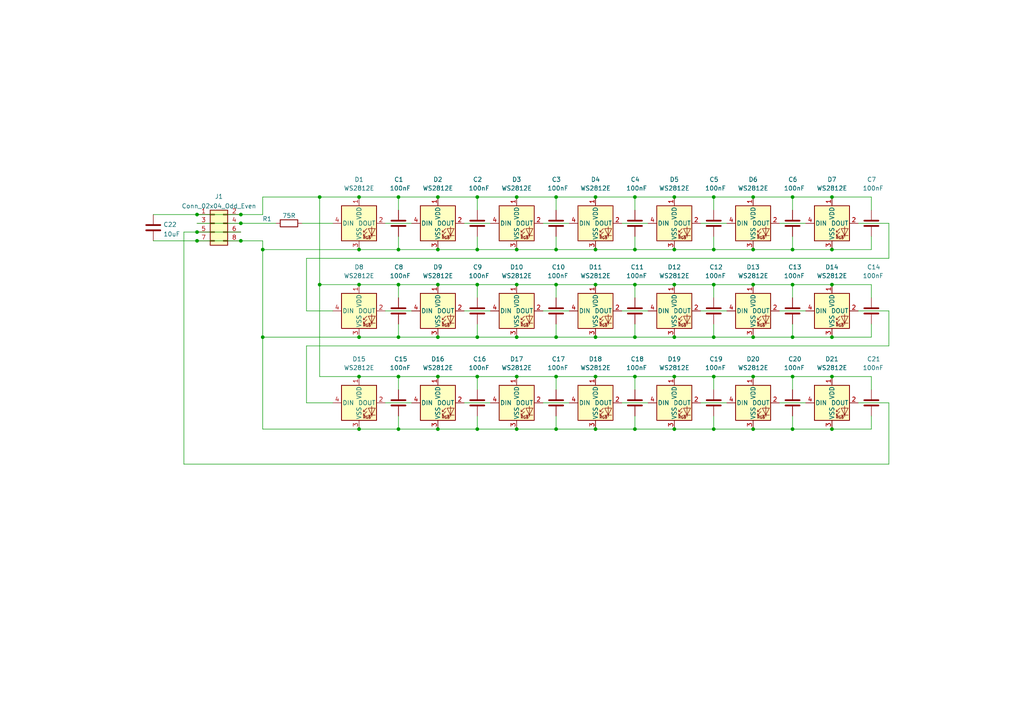
<source format=kicad_sch>
(kicad_sch (version 20211123) (generator eeschema)
  (paper "A4")
  (lib_symbols
    (symbol "Connector_Generic:Conn_02x04_Odd_Even" (pin_names (offset 1.016) hide)
      (property "Reference" "J" (at 1.27 5.08 0))
      (property "Value" "Conn_02x04_Odd_Even" (at 1.27 -7.62 0))
      (symbol "Conn_02x04_Odd_Even_1_1"
        (rectangle (start -1.27 -4.953) (end 0 -5.207) (stroke (width 0.1524)))
        (rectangle (start -1.27 -2.413) (end 0 -2.667) (stroke (width 0.1524)))
        (rectangle (start -1.27 0.127) (end 0 -0.127) (stroke (width 0.1524)))
        (rectangle (start -1.27 2.667) (end 0 2.413) (stroke (width 0.1524)))
        (rectangle (start -1.27 3.81) (end 3.81 -6.35) (stroke (width 0.254)) (fill (type background)))
        (rectangle (start 3.81 -4.953) (end 2.54 -5.207) (stroke (width 0.1524)))
        (rectangle (start 3.81 -2.413) (end 2.54 -2.667) (stroke (width 0.1524)))
        (rectangle (start 3.81 0.127) (end 2.54 -0.127) (stroke (width 0.1524)))
        (rectangle (start 3.81 2.667) (end 2.54 2.413) (stroke (width 0.1524)))
        (pin passive line (at -5.08 2.54 0) (length 3.81) (name "Pin_1") (number "1"))
        (pin passive line (at 7.62 2.54 180) (length 3.81) (name "Pin_2") (number "2"))
        (pin passive line (at -5.08 0 0) (length 3.81) (name "Pin_3") (number "3"))
        (pin passive line (at 7.62 0 180) (length 3.81) (name "Pin_4") (number "4"))
        (pin passive line (at -5.08 -2.54 0) (length 3.81) (name "Pin_5") (number "5"))
        (pin passive line (at 7.62 -2.54 180) (length 3.81) (name "Pin_6") (number "6"))
        (pin passive line (at -5.08 -5.08 0) (length 3.81) (name "Pin_7") (number "7"))
        (pin passive line (at 7.62 -5.08 180) (length 3.81) (name "Pin_8") (number "8"))
      )
    )
    (symbol "Device:C" (pin_numbers hide) (pin_names (offset 0.254))
      (property "Reference" "C" (at 0.635 2.54 0))
      (property "Value" "C" (at 0.635 -2.54 0))
      (symbol "C_0_1"
        (polyline (pts (xy -2.032 -0.762) (xy 2.032 -0.762)) (stroke (width 0.508)))
        (polyline (pts (xy -2.032 0.762) (xy 2.032 0.762)) (stroke (width 0.508)))
      )
      (symbol "C_1_1"
        (pin passive line (at 0 3.81 270) (length 2.794) (name "~") (number "1"))
        (pin passive line (at 0 -3.81 90) (length 2.794) (name "~") (number "2"))
      )
    )
    (symbol "Device:R" (pin_numbers hide) (pin_names (offset 0))
      (property "Reference" "R" (at 2.032 0 90))
      (property "Value" "R" (at 0 0 90))
      (symbol "R_0_1"
        (rectangle (start -1.016 -2.54) (end 1.016 2.54) (stroke (width 0.254)))
      )
      (symbol "R_1_1"
        (pin passive line (at 0 3.81 270) (length 1.27) (name "~") (number "1"))
        (pin passive line (at 0 -3.81 90) (length 1.27) (name "~") (number "2"))
      )
    )
    (symbol "LED:WS2812B" (pin_names (offset 0.254))
      (property "Reference" "D" (at 5.08 5.715 0))
      (property "Value" "WS2812B" (at 1.27 -5.715 0))
      (symbol "WS2812B_0_0"
        (text "RGB" (at 2.286 -4.191 0) (effects (font (size 0.762 0.762))))
      )
      (symbol "WS2812B_0_1"
        (polyline (pts (xy 1.27 -3.556) (xy 1.778 -3.556)))
        (polyline (pts (xy 1.27 -2.54) (xy 1.778 -2.54)))
        (polyline (pts (xy 4.699 -3.556) (xy 2.667 -3.556)))
        (polyline (pts (xy 2.286 -2.54) (xy 1.27 -3.556) (xy 1.27 -3.048)))
        (polyline (pts (xy 2.286 -1.524) (xy 1.27 -2.54) (xy 1.27 -2.032)))
        (polyline (pts (xy 3.683 -1.016) (xy 3.683 -3.556) (xy 3.683 -4.064)))
        (polyline (pts (xy 4.699 -1.524) (xy 2.667 -1.524) (xy 3.683 -3.556) (xy 4.699 -1.524)))
        (rectangle (start 5.08 5.08) (end -5.08 -5.08) (stroke (width 0.254)) (fill (type background)))
      )
      (symbol "WS2812B_1_1"
        (pin power_in line (at 0 7.62 270) (length 2.54) (name "VDD") (number "1"))
        (pin output line (at 7.62 0 180) (length 2.54) (name "DOUT") (number "2"))
        (pin power_in line (at 0 -7.62 90) (length 2.54) (name "VSS") (number "3"))
        (pin input line (at -7.62 0 0) (length 2.54) (name "DIN") (number "4"))
      )
    )
  )
  (junction (at 138.43 109.22))
  (junction (at 149.86 82.55))
  (junction (at 149.86 72.39))
  (junction (at 127 124.46))
  (junction (at 161.29 57.15))
  (junction (at 195.58 97.79))
  (junction (at 69.85 69.85))
  (junction (at 115.57 124.46))
  (junction (at 149.86 97.79))
  (junction (at 241.3 82.55))
  (junction (at 161.29 124.46))
  (junction (at 127 57.15))
  (junction (at 207.01 124.46))
  (junction (at 172.72 97.79))
  (junction (at 218.44 124.46))
  (junction (at 241.3 57.15))
  (junction (at 184.15 72.39))
  (junction (at 127 82.55))
  (junction (at 241.3 109.22))
  (junction (at 69.85 62.23))
  (junction (at 241.3 97.79))
  (junction (at 229.87 82.55))
  (junction (at 207.01 72.39))
  (junction (at 195.58 72.39))
  (junction (at 184.15 124.46))
  (junction (at 138.43 97.79))
  (junction (at 161.29 82.55))
  (junction (at 195.58 109.22))
  (junction (at 172.72 124.46))
  (junction (at 218.44 72.39))
  (junction (at 138.43 124.46))
  (junction (at 195.58 82.55))
  (junction (at 184.15 109.22))
  (junction (at 229.87 109.22))
  (junction (at 241.3 72.39))
  (junction (at 207.01 57.15))
  (junction (at 229.87 97.79))
  (junction (at 69.85 64.77))
  (junction (at 184.15 57.15))
  (junction (at 218.44 82.55))
  (junction (at 104.14 57.15))
  (junction (at 104.14 82.55))
  (junction (at 138.43 57.15))
  (junction (at 172.72 109.22))
  (junction (at 104.14 124.46))
  (junction (at 104.14 72.39))
  (junction (at 115.57 82.55))
  (junction (at 195.58 57.15))
  (junction (at 92.71 82.55))
  (junction (at 57.15 62.23))
  (junction (at 161.29 72.39))
  (junction (at 149.86 124.46))
  (junction (at 57.15 69.85))
  (junction (at 76.2 97.79))
  (junction (at 115.57 57.15))
  (junction (at 218.44 57.15))
  (junction (at 184.15 82.55))
  (junction (at 76.2 72.39))
  (junction (at 104.14 109.22))
  (junction (at 195.58 124.46))
  (junction (at 218.44 97.79))
  (junction (at 229.87 57.15))
  (junction (at 127 72.39))
  (junction (at 138.43 82.55))
  (junction (at 218.44 109.22))
  (junction (at 138.43 72.39))
  (junction (at 127 109.22))
  (junction (at 127 97.79))
  (junction (at 161.29 109.22))
  (junction (at 115.57 109.22))
  (junction (at 172.72 82.55))
  (junction (at 149.86 57.15))
  (junction (at 161.29 97.79))
  (junction (at 149.86 109.22))
  (junction (at 115.57 97.79))
  (junction (at 104.14 97.79))
  (junction (at 115.57 72.39))
  (junction (at 184.15 97.79))
  (junction (at 57.15 67.31))
  (junction (at 207.01 109.22))
  (junction (at 92.71 57.15))
  (junction (at 172.72 57.15))
  (junction (at 207.01 97.79))
  (junction (at 229.87 72.39))
  (junction (at 172.72 72.39))
  (junction (at 241.3 124.46))
  (junction (at 207.01 82.55))
  (junction (at 229.87 124.46))
  (wire (pts (xy 184.15 124.46) (xy 184.15 120.65)))
  (wire (pts (xy 229.87 124.46) (xy 241.3 124.46)))
  (wire (pts (xy 207.01 109.22) (xy 218.44 109.22)))
  (wire (pts (xy 207.01 124.46) (xy 207.01 120.65)))
  (wire (pts (xy 172.72 124.46) (xy 184.15 124.46)))
  (wire (pts (xy 76.2 69.85) (xy 69.85 69.85)))
  (wire (pts (xy 149.86 97.79) (xy 161.29 97.79)))
  (wire (pts (xy 115.57 124.46) (xy 115.57 120.65)))
  (wire (pts (xy 195.58 124.46) (xy 207.01 124.46)))
  (wire (pts (xy 115.57 109.22) (xy 104.14 109.22)))
  (wire (pts (xy 115.57 57.15) (xy 104.14 57.15)))
  (wire (pts (xy 184.15 109.22) (xy 172.72 109.22)))
  (wire (pts (xy 229.87 72.39) (xy 241.3 72.39)))
  (wire (pts (xy 180.34 90.17) (xy 187.96 90.17)))
  (wire (pts (xy 127 72.39) (xy 138.43 72.39)))
  (wire (pts (xy 161.29 109.22) (xy 149.86 109.22)))
  (wire (pts (xy 44.45 62.23) (xy 57.15 62.23)))
  (wire (pts (xy 184.15 82.55) (xy 195.58 82.55)))
  (wire (pts (xy 218.44 97.79) (xy 229.87 97.79)))
  (wire (pts (xy 92.71 82.55) (xy 92.71 109.22)))
  (wire (pts (xy 229.87 57.15) (xy 218.44 57.15)))
  (wire (pts (xy 115.57 86.36) (xy 115.57 82.55)))
  (wire (pts (xy 184.15 72.39) (xy 184.15 68.58)))
  (wire (pts (xy 229.87 86.36) (xy 229.87 82.55)))
  (wire (pts (xy 115.57 97.79) (xy 115.57 93.98)))
  (wire (pts (xy 161.29 72.39) (xy 161.29 68.58)))
  (wire (pts (xy 115.57 97.79) (xy 127 97.79)))
  (wire (pts (xy 252.73 72.39) (xy 252.73 68.58)))
  (wire (pts (xy 127 97.79) (xy 138.43 97.79)))
  (wire (pts (xy 229.87 57.15) (xy 241.3 57.15)))
  (wire (pts (xy 229.87 109.22) (xy 241.3 109.22)))
  (wire (pts (xy 218.44 72.39) (xy 229.87 72.39)))
  (wire (pts (xy 76.2 124.46) (xy 76.2 97.79)))
  (wire (pts (xy 92.71 57.15) (xy 92.71 82.55)))
  (wire (pts (xy 161.29 82.55) (xy 149.86 82.55)))
  (wire (pts (xy 207.01 72.39) (xy 218.44 72.39)))
  (wire (pts (xy 184.15 97.79) (xy 195.58 97.79)))
  (wire (pts (xy 184.15 57.15) (xy 195.58 57.15)))
  (wire (pts (xy 226.06 64.77) (xy 233.68 64.77)))
  (wire (pts (xy 138.43 124.46) (xy 138.43 120.65)))
  (wire (pts (xy 207.01 97.79) (xy 207.01 93.98)))
  (wire (pts (xy 88.9 74.93) (xy 88.9 90.17)))
  (wire (pts (xy 257.81 100.33) (xy 257.81 90.17)))
  (wire (pts (xy 207.01 109.22) (xy 195.58 109.22)))
  (wire (pts (xy 229.87 113.03) (xy 229.87 109.22)))
  (wire (pts (xy 115.57 82.55) (xy 127 82.55)))
  (wire (pts (xy 138.43 82.55) (xy 127 82.55)))
  (wire (pts (xy 184.15 86.36) (xy 184.15 82.55)))
  (wire (pts (xy 195.58 72.39) (xy 207.01 72.39)))
  (wire (pts (xy 115.57 124.46) (xy 127 124.46)))
  (wire (pts (xy 241.3 72.39) (xy 252.73 72.39)))
  (wire (pts (xy 138.43 57.15) (xy 149.86 57.15)))
  (wire (pts (xy 184.15 82.55) (xy 172.72 82.55)))
  (wire (pts (xy 229.87 97.79) (xy 241.3 97.79)))
  (wire (pts (xy 138.43 60.96) (xy 138.43 57.15)))
  (wire (pts (xy 241.3 124.46) (xy 252.73 124.46)))
  (wire (pts (xy 226.06 116.84) (xy 233.68 116.84)))
  (wire (pts (xy 92.71 109.22) (xy 104.14 109.22)))
  (wire (pts (xy 226.06 90.17) (xy 233.68 90.17)))
  (wire (pts (xy 138.43 72.39) (xy 149.86 72.39)))
  (wire (pts (xy 138.43 97.79) (xy 138.43 93.98)))
  (wire (pts (xy 252.73 86.36) (xy 252.73 82.55)))
  (wire (pts (xy 149.86 72.39) (xy 161.29 72.39)))
  (wire (pts (xy 207.01 57.15) (xy 195.58 57.15)))
  (wire (pts (xy 207.01 113.03) (xy 207.01 109.22)))
  (wire (pts (xy 138.43 109.22) (xy 127 109.22)))
  (wire (pts (xy 229.87 82.55) (xy 218.44 82.55)))
  (wire (pts (xy 161.29 57.15) (xy 149.86 57.15)))
  (wire (pts (xy 76.2 97.79) (xy 76.2 72.39)))
  (wire (pts (xy 161.29 124.46) (xy 161.29 120.65)))
  (wire (pts (xy 161.29 72.39) (xy 172.72 72.39)))
  (wire (pts (xy 257.81 134.62) (xy 53.34 134.62)))
  (wire (pts (xy 161.29 82.55) (xy 172.72 82.55)))
  (wire (pts (xy 57.15 67.31) (xy 69.85 67.31)))
  (wire (pts (xy 172.72 97.79) (xy 184.15 97.79)))
  (wire (pts (xy 161.29 97.79) (xy 161.29 93.98)))
  (wire (pts (xy 161.29 124.46) (xy 172.72 124.46)))
  (wire (pts (xy 57.15 69.85) (xy 69.85 69.85)))
  (wire (pts (xy 207.01 124.46) (xy 218.44 124.46)))
  (wire (pts (xy 184.15 57.15) (xy 172.72 57.15)))
  (wire (pts (xy 76.2 97.79) (xy 104.14 97.79)))
  (wire (pts (xy 157.48 90.17) (xy 165.1 90.17)))
  (wire (pts (xy 138.43 113.03) (xy 138.43 109.22)))
  (wire (pts (xy 115.57 68.58) (xy 115.57 72.39)))
  (wire (pts (xy 115.57 82.55) (xy 104.14 82.55)))
  (wire (pts (xy 92.71 82.55) (xy 104.14 82.55)))
  (wire (pts (xy 111.76 116.84) (xy 119.38 116.84)))
  (wire (pts (xy 257.81 64.77) (xy 257.81 74.93)))
  (wire (pts (xy 207.01 97.79) (xy 218.44 97.79)))
  (wire (pts (xy 229.87 72.39) (xy 229.87 68.58)))
  (wire (pts (xy 53.34 134.62) (xy 53.34 67.31)))
  (wire (pts (xy 138.43 124.46) (xy 149.86 124.46)))
  (wire (pts (xy 161.29 109.22) (xy 172.72 109.22)))
  (wire (pts (xy 138.43 97.79) (xy 149.86 97.79)))
  (wire (pts (xy 134.62 90.17) (xy 142.24 90.17)))
  (wire (pts (xy 115.57 60.96) (xy 115.57 57.15)))
  (wire (pts (xy 172.72 72.39) (xy 184.15 72.39)))
  (wire (pts (xy 88.9 116.84) (xy 96.52 116.84)))
  (wire (pts (xy 252.73 82.55) (xy 241.3 82.55)))
  (wire (pts (xy 134.62 64.77) (xy 142.24 64.77)))
  (wire (pts (xy 207.01 86.36) (xy 207.01 82.55)))
  (wire (pts (xy 203.2 64.77) (xy 210.82 64.77)))
  (wire (pts (xy 69.85 64.77) (xy 80.01 64.77)))
  (wire (pts (xy 111.76 64.77) (xy 119.38 64.77)))
  (wire (pts (xy 207.01 82.55) (xy 218.44 82.55)))
  (wire (pts (xy 149.86 124.46) (xy 161.29 124.46)))
  (wire (pts (xy 229.87 124.46) (xy 229.87 120.65)))
  (wire (pts (xy 184.15 60.96) (xy 184.15 57.15)))
  (wire (pts (xy 69.85 62.23) (xy 76.2 62.23)))
  (wire (pts (xy 88.9 100.33) (xy 257.81 100.33)))
  (wire (pts (xy 92.71 57.15) (xy 76.2 57.15)))
  (wire (pts (xy 195.58 97.79) (xy 207.01 97.79)))
  (wire (pts (xy 229.87 97.79) (xy 229.87 93.98)))
  (wire (pts (xy 229.87 60.96) (xy 229.87 57.15)))
  (wire (pts (xy 115.57 109.22) (xy 127 109.22)))
  (wire (pts (xy 184.15 109.22) (xy 195.58 109.22)))
  (wire (pts (xy 161.29 86.36) (xy 161.29 82.55)))
  (wire (pts (xy 44.45 69.85) (xy 57.15 69.85)))
  (wire (pts (xy 207.01 82.55) (xy 195.58 82.55)))
  (wire (pts (xy 138.43 82.55) (xy 149.86 82.55)))
  (wire (pts (xy 203.2 90.17) (xy 210.82 90.17)))
  (wire (pts (xy 184.15 72.39) (xy 195.58 72.39)))
  (wire (pts (xy 161.29 113.03) (xy 161.29 109.22)))
  (wire (pts (xy 161.29 60.96) (xy 161.29 57.15)))
  (wire (pts (xy 104.14 72.39) (xy 115.57 72.39)))
  (wire (pts (xy 115.57 72.39) (xy 127 72.39)))
  (wire (pts (xy 134.62 116.84) (xy 142.24 116.84)))
  (wire (pts (xy 184.15 124.46) (xy 195.58 124.46)))
  (wire (pts (xy 57.15 62.23) (xy 69.85 62.23)))
  (wire (pts (xy 111.76 90.17) (xy 119.38 90.17)))
  (wire (pts (xy 252.73 97.79) (xy 252.73 93.98)))
  (wire (pts (xy 252.73 124.46) (xy 252.73 120.65)))
  (wire (pts (xy 138.43 57.15) (xy 127 57.15)))
  (wire (pts (xy 248.92 116.84) (xy 257.81 116.84)))
  (wire (pts (xy 88.9 90.17) (xy 96.52 90.17)))
  (wire (pts (xy 180.34 116.84) (xy 187.96 116.84)))
  (wire (pts (xy 257.81 116.84) (xy 257.81 134.62)))
  (wire (pts (xy 157.48 116.84) (xy 165.1 116.84)))
  (wire (pts (xy 241.3 97.79) (xy 252.73 97.79)))
  (wire (pts (xy 184.15 97.79) (xy 184.15 93.98)))
  (wire (pts (xy 252.73 60.96) (xy 252.73 57.15)))
  (wire (pts (xy 127 124.46) (xy 138.43 124.46)))
  (wire (pts (xy 87.63 64.77) (xy 96.52 64.77)))
  (wire (pts (xy 157.48 64.77) (xy 165.1 64.77)))
  (wire (pts (xy 53.34 67.31) (xy 57.15 67.31)))
  (wire (pts (xy 257.81 74.93) (xy 88.9 74.93)))
  (wire (pts (xy 138.43 72.39) (xy 138.43 68.58)))
  (wire (pts (xy 104.14 124.46) (xy 115.57 124.46)))
  (wire (pts (xy 229.87 82.55) (xy 241.3 82.55)))
  (wire (pts (xy 104.14 97.79) (xy 115.57 97.79)))
  (wire (pts (xy 257.81 90.17) (xy 248.92 90.17)))
  (wire (pts (xy 218.44 124.46) (xy 229.87 124.46)))
  (wire (pts (xy 76.2 72.39) (xy 76.2 69.85)))
  (wire (pts (xy 207.01 60.96) (xy 207.01 57.15)))
  (wire (pts (xy 252.73 113.03) (xy 252.73 109.22)))
  (wire (pts (xy 104.14 72.39) (xy 76.2 72.39)))
  (wire (pts (xy 229.87 109.22) (xy 218.44 109.22)))
  (wire (pts (xy 115.57 57.15) (xy 127 57.15)))
  (wire (pts (xy 248.92 64.77) (xy 257.81 64.77)))
  (wire (pts (xy 57.15 64.77) (xy 69.85 64.77)))
  (wire (pts (xy 115.57 113.03) (xy 115.57 109.22)))
  (wire (pts (xy 161.29 57.15) (xy 172.72 57.15)))
  (wire (pts (xy 207.01 72.39) (xy 207.01 68.58)))
  (wire (pts (xy 138.43 109.22) (xy 149.86 109.22)))
  (wire (pts (xy 207.01 57.15) (xy 218.44 57.15)))
  (wire (pts (xy 76.2 57.15) (xy 76.2 62.23)))
  (wire (pts (xy 252.73 57.15) (xy 241.3 57.15)))
  (wire (pts (xy 104.14 57.15) (xy 92.71 57.15)))
  (wire (pts (xy 138.43 86.36) (xy 138.43 82.55)))
  (wire (pts (xy 184.15 113.03) (xy 184.15 109.22)))
  (wire (pts (xy 76.2 124.46) (xy 104.14 124.46)))
  (wire (pts (xy 161.29 97.79) (xy 172.72 97.79)))
  (wire (pts (xy 88.9 116.84) (xy 88.9 100.33)))
  (wire (pts (xy 203.2 116.84) (xy 210.82 116.84)))
  (wire (pts (xy 252.73 109.22) (xy 241.3 109.22)))
  (wire (pts (xy 180.34 64.77) (xy 187.96 64.77)))
  (symbol (lib_id "Device:C") (at 252.73 116.84 0) (unit 1)
    (property "Reference" "C21" (at 251.46 104.14 0) (effects (justify left)))
    (property "Value" "100nF" (at 250.19 106.68 0) (effects (justify left)))
    (property "Footprint" "Capacitor_SMD:C_0402_1005Metric" (effects hide))
    (property "LCSC" "C1525" (effects hide))
  )
  (symbol (lib_id "LED:WS2812B") (at 172.72 116.84 0) (unit 1)
    (property "Reference" "D18" (at 172.72 104.14 0))
    (property "Value" "WS2812E" (at 172.72 106.68 0))
    (property "Footprint" "LED_SMD:LED_WS2812B_PLCC4_5.0x5.0mm_P3.2mm" (effects hide))
    (property "Datasheet" "https://cdn-shop.adafruit.com/datasheets/WS2812B.pdf" (effects hide))
    (property "LCSC" "C139127" (effects hide))
  )
  (symbol (lib_id "Connector_Generic:Conn_02x04_Odd_Even") (at 62.23 64.77 0) (unit 1)
    (property "Reference" "J1" (at 63.5 56.9935 0))
    (property "Value" "Conn_02x04_Odd_Even" (at 63.5 59.7686 0))
    (property "Footprint" "Connector_PinSocket_2.54mm:PinSocket_2x04_P2.54mm_Horizontal" (effects hide))
  )
  (symbol (lib_id "Device:C") (at 184.15 64.77 0) (unit 1)
    (property "Reference" "C4" (at 182.88 52.07 0) (effects (justify left)))
    (property "Value" "100nF" (at 181.61 54.61 0) (effects (justify left)))
    (property "Footprint" "Capacitor_SMD:C_0402_1005Metric" (effects hide))
    (property "LCSC" "C1525" (effects hide))
  )
  (symbol (lib_id "LED:WS2812B") (at 104.14 90.17 0) (unit 1)
    (property "Reference" "D8" (at 104.14 77.47 0))
    (property "Value" "WS2812E" (at 104.14 80.01 0))
    (property "Footprint" "LED_SMD:LED_WS2812B_PLCC4_5.0x5.0mm_P3.2mm" (effects hide))
    (property "Datasheet" "https://cdn-shop.adafruit.com/datasheets/WS2812B.pdf" (effects hide))
    (property "LCSC" "C139127" (effects hide))
  )
  (symbol (lib_id "LED:WS2812B") (at 172.72 64.77 0) (unit 1)
    (property "Reference" "D4" (at 172.72 52.07 0))
    (property "Value" "WS2812E" (at 172.72 54.61 0))
    (property "Footprint" "LED_SMD:LED_WS2812B_PLCC4_5.0x5.0mm_P3.2mm" (effects hide))
    (property "Datasheet" "https://cdn-shop.adafruit.com/datasheets/WS2812B.pdf" (effects hide))
    (property "LCSC" "C139127" (effects hide))
  )
  (symbol (lib_id "LED:WS2812B") (at 127 116.84 0) (unit 1)
    (property "Reference" "D16" (at 127 104.14 0))
    (property "Value" "WS2812E" (at 127 106.68 0))
    (property "Footprint" "LED_SMD:LED_WS2812B_PLCC4_5.0x5.0mm_P3.2mm" (effects hide))
    (property "Datasheet" "https://cdn-shop.adafruit.com/datasheets/WS2812B.pdf" (effects hide))
    (property "LCSC" "C139127" (effects hide))
  )
  (symbol (lib_id "LED:WS2812B") (at 149.86 64.77 0) (unit 1)
    (property "Reference" "D3" (at 149.86 52.07 0))
    (property "Value" "WS2812E" (at 149.86 54.61 0))
    (property "Footprint" "LED_SMD:LED_WS2812B_PLCC4_5.0x5.0mm_P3.2mm" (effects hide))
    (property "Datasheet" "https://cdn-shop.adafruit.com/datasheets/WS2812B.pdf" (effects hide))
    (property "LCSC" "C139127" (effects hide))
  )
  (symbol (lib_id "Device:C") (at 207.01 116.84 0) (unit 1)
    (property "Reference" "C19" (at 205.74 104.14 0) (effects (justify left)))
    (property "Value" "100nF" (at 204.47 106.68 0) (effects (justify left)))
    (property "Footprint" "Capacitor_SMD:C_0402_1005Metric" (effects hide))
    (property "LCSC" "C1525" (effects hide))
  )
  (symbol (lib_id "Device:C") (at 115.57 116.84 0) (unit 1)
    (property "Reference" "C15" (at 114.3 104.14 0) (effects (justify left)))
    (property "Value" "100nF" (at 113.03 106.68 0) (effects (justify left)))
    (property "Footprint" "Capacitor_SMD:C_0402_1005Metric" (effects hide))
    (property "LCSC" "C1525" (effects hide))
  )
  (symbol (lib_id "LED:WS2812B") (at 149.86 90.17 0) (unit 1)
    (property "Reference" "D10" (at 149.86 77.47 0))
    (property "Value" "WS2812E" (at 149.86 80.01 0))
    (property "Footprint" "LED_SMD:LED_WS2812B_PLCC4_5.0x5.0mm_P3.2mm" (effects hide))
    (property "Datasheet" "https://cdn-shop.adafruit.com/datasheets/WS2812B.pdf" (effects hide))
    (property "LCSC" "C139127" (effects hide))
  )
  (symbol (lib_id "Device:C") (at 161.29 116.84 0) (unit 1)
    (property "Reference" "C17" (at 160.02 104.14 0) (effects (justify left)))
    (property "Value" "100nF" (at 158.75 106.68 0) (effects (justify left)))
    (property "Footprint" "Capacitor_SMD:C_0402_1005Metric" (effects hide))
    (property "LCSC" "C1525" (effects hide))
  )
  (symbol (lib_id "LED:WS2812B") (at 241.3 64.77 0) (unit 1)
    (property "Reference" "D7" (at 241.3 52.07 0))
    (property "Value" "WS2812E" (at 241.3 54.61 0))
    (property "Footprint" "LED_SMD:LED_WS2812B_PLCC4_5.0x5.0mm_P3.2mm" (effects hide))
    (property "Datasheet" "https://cdn-shop.adafruit.com/datasheets/WS2812B.pdf" (effects hide))
    (property "LCSC" "C139127" (effects hide))
  )
  (symbol (lib_id "Device:C") (at 44.45 66.04 0) (unit 1)
    (property "Reference" "C22" (at 47.371 65.1315 0) (effects (justify left)))
    (property "Value" "10uF" (at 47.371 67.9066 0) (effects (justify left)))
    (property "Footprint" "Capacitor_SMD:C_0603_1608Metric" (effects hide))
    (property "LCSC" "C19702" (effects hide))
  )
  (symbol (lib_id "Device:C") (at 184.15 90.17 0) (unit 1)
    (property "Reference" "C11" (at 182.88 77.47 0) (effects (justify left)))
    (property "Value" "100nF" (at 181.61 80.01 0) (effects (justify left)))
    (property "Footprint" "Capacitor_SMD:C_0402_1005Metric" (effects hide))
    (property "LCSC" "C1525" (effects hide))
  )
  (symbol (lib_id "LED:WS2812B") (at 104.14 64.77 0) (unit 1)
    (property "Reference" "D1" (at 104.14 52.07 0))
    (property "Value" "WS2812E" (at 104.14 54.61 0))
    (property "Footprint" "LED_SMD:LED_WS2812B_PLCC4_5.0x5.0mm_P3.2mm" (effects hide))
    (property "Datasheet" "https://cdn-shop.adafruit.com/datasheets/WS2812B.pdf" (effects hide))
    (property "LCSC" "C139127" (effects hide))
  )
  (symbol (lib_id "Device:C") (at 161.29 90.17 0) (unit 1)
    (property "Reference" "C10" (at 160.02 77.47 0) (effects (justify left)))
    (property "Value" "100nF" (at 158.75 80.01 0) (effects (justify left)))
    (property "Footprint" "Capacitor_SMD:C_0402_1005Metric" (effects hide))
    (property "LCSC" "C1525" (effects hide))
  )
  (symbol (lib_id "Device:C") (at 252.73 64.77 0) (unit 1)
    (property "Reference" "C7" (at 251.46 52.07 0) (effects (justify left)))
    (property "Value" "100nF" (at 250.19 54.61 0) (effects (justify left)))
    (property "Footprint" "Capacitor_SMD:C_0402_1005Metric" (effects hide))
    (property "LCSC" "C1525" (effects hide))
  )
  (symbol (lib_id "Device:C") (at 115.57 64.77 0) (unit 1)
    (property "Reference" "C1" (at 114.3 52.07 0) (effects (justify left)))
    (property "Value" "100nF" (at 113.03 54.61 0) (effects (justify left)))
    (property "Footprint" "Capacitor_SMD:C_0402_1005Metric" (effects hide))
    (property "LCSC" "C1525" (effects hide))
  )
  (symbol (lib_id "Device:C") (at 184.15 116.84 0) (unit 1)
    (property "Reference" "C18" (at 182.88 104.14 0) (effects (justify left)))
    (property "Value" "100nF" (at 181.61 106.68 0) (effects (justify left)))
    (property "Footprint" "Capacitor_SMD:C_0402_1005Metric" (effects hide))
    (property "LCSC" "C1525" (effects hide))
  )
  (symbol (lib_id "LED:WS2812B") (at 241.3 116.84 0) (unit 1)
    (property "Reference" "D21" (at 241.3 104.14 0))
    (property "Value" "WS2812E" (at 241.3 106.68 0))
    (property "Footprint" "LED_SMD:LED_WS2812B_PLCC4_5.0x5.0mm_P3.2mm" (effects hide))
    (property "Datasheet" "https://cdn-shop.adafruit.com/datasheets/WS2812B.pdf" (effects hide))
    (property "LCSC" "C139127" (effects hide))
  )
  (symbol (lib_id "LED:WS2812B") (at 218.44 90.17 0) (unit 1)
    (property "Reference" "D13" (at 218.44 77.47 0))
    (property "Value" "WS2812E" (at 218.44 80.01 0))
    (property "Footprint" "LED_SMD:LED_WS2812B_PLCC4_5.0x5.0mm_P3.2mm" (effects hide))
    (property "Datasheet" "https://cdn-shop.adafruit.com/datasheets/WS2812B.pdf" (effects hide))
    (property "LCSC" "C139127" (effects hide))
  )
  (symbol (lib_id "Device:C") (at 207.01 90.17 0) (unit 1)
    (property "Reference" "C12" (at 205.74 77.47 0) (effects (justify left)))
    (property "Value" "100nF" (at 204.47 80.01 0) (effects (justify left)))
    (property "Footprint" "Capacitor_SMD:C_0402_1005Metric" (effects hide))
    (property "LCSC" "C1525" (effects hide))
  )
  (symbol (lib_id "Device:C") (at 138.43 64.77 0) (unit 1)
    (property "Reference" "C2" (at 137.16 52.07 0) (effects (justify left)))
    (property "Value" "100nF" (at 135.89 54.61 0) (effects (justify left)))
    (property "Footprint" "Capacitor_SMD:C_0402_1005Metric" (effects hide))
    (property "LCSC" "C1525" (effects hide))
  )
  (symbol (lib_id "LED:WS2812B") (at 104.14 116.84 0) (unit 1)
    (property "Reference" "D15" (at 104.14 104.14 0))
    (property "Value" "WS2812E" (at 104.14 106.68 0))
    (property "Footprint" "LED_SMD:LED_WS2812B_PLCC4_5.0x5.0mm_P3.2mm" (effects hide))
    (property "Datasheet" "https://cdn-shop.adafruit.com/datasheets/WS2812B.pdf" (effects hide))
    (property "LCSC" "C139127" (effects hide))
  )
  (symbol (lib_id "LED:WS2812B") (at 127 64.77 0) (unit 1)
    (property "Reference" "D2" (at 127 52.07 0))
    (property "Value" "WS2812E" (at 127 54.61 0))
    (property "Footprint" "LED_SMD:LED_WS2812B_PLCC4_5.0x5.0mm_P3.2mm" (effects hide))
    (property "Datasheet" "https://cdn-shop.adafruit.com/datasheets/WS2812B.pdf" (effects hide))
    (property "LCSC" "C139127" (effects hide))
  )
  (symbol (lib_id "Device:R") (at 83.82 64.77 90) (unit 1)
    (property "Reference" "R1" (at 77.47 63.5 90))
    (property "Value" "75R" (at 83.82 62.5626 90))
    (property "Footprint" "Resistor_SMD:R_0603_1608Metric" (effects hide))
    (property "LCSC" "C4275" (effects hide))
  )
  (symbol (lib_id "LED:WS2812B") (at 195.58 64.77 0) (unit 1)
    (property "Reference" "D5" (at 195.58 52.07 0))
    (property "Value" "WS2812E" (at 195.58 54.61 0))
    (property "Footprint" "LED_SMD:LED_WS2812B_PLCC4_5.0x5.0mm_P3.2mm" (effects hide))
    (property "Datasheet" "https://cdn-shop.adafruit.com/datasheets/WS2812B.pdf" (effects hide))
    (property "LCSC" "C139127" (effects hide))
  )
  (symbol (lib_id "Device:C") (at 207.01 64.77 0) (unit 1)
    (property "Reference" "C5" (at 205.74 52.07 0) (effects (justify left)))
    (property "Value" "100nF" (at 204.47 54.61 0) (effects (justify left)))
    (property "Footprint" "Capacitor_SMD:C_0402_1005Metric" (effects hide))
    (property "LCSC" "C1525" (effects hide))
  )
  (symbol (lib_id "Device:C") (at 138.43 90.17 0) (unit 1)
    (property "Reference" "C9" (at 137.16 77.47 0) (effects (justify left)))
    (property "Value" "100nF" (at 135.89 80.01 0) (effects (justify left)))
    (property "Footprint" "Capacitor_SMD:C_0402_1005Metric" (effects hide))
    (property "LCSC" "C1525" (effects hide))
  )
  (symbol (lib_id "Device:C") (at 138.43 116.84 0) (unit 1)
    (property "Reference" "C16" (at 137.16 104.14 0) (effects (justify left)))
    (property "Value" "100nF" (at 135.89 106.68 0) (effects (justify left)))
    (property "Footprint" "Capacitor_SMD:C_0402_1005Metric" (effects hide))
    (property "LCSC" "C1525" (effects hide))
  )
  (symbol (lib_id "Device:C") (at 161.29 64.77 0) (unit 1)
    (property "Reference" "C3" (at 160.02 52.07 0) (effects (justify left)))
    (property "Value" "100nF" (at 158.75 54.61 0) (effects (justify left)))
    (property "Footprint" "Capacitor_SMD:C_0402_1005Metric" (effects hide))
    (property "LCSC" "C1525" (effects hide))
  )
  (symbol (lib_id "Device:C") (at 229.87 64.77 0) (unit 1)
    (property "Reference" "C6" (at 228.6 52.07 0) (effects (justify left)))
    (property "Value" "100nF" (at 227.33 54.61 0) (effects (justify left)))
    (property "Footprint" "Capacitor_SMD:C_0402_1005Metric" (effects hide))
    (property "LCSC" "C1525" (effects hide))
  )
  (symbol (lib_id "Device:C") (at 252.73 90.17 0) (unit 1)
    (property "Reference" "C14" (at 251.46 77.47 0) (effects (justify left)))
    (property "Value" "100nF" (at 250.19 80.01 0) (effects (justify left)))
    (property "Footprint" "Capacitor_SMD:C_0402_1005Metric" (effects hide))
    (property "LCSC" "C1525" (effects hide))
  )
  (symbol (lib_id "Device:C") (at 229.87 90.17 0) (unit 1)
    (property "Reference" "C13" (at 228.6 77.47 0) (effects (justify left)))
    (property "Value" "100nF" (at 227.33 80.01 0) (effects (justify left)))
    (property "Footprint" "Capacitor_SMD:C_0402_1005Metric" (effects hide))
    (property "LCSC" "C1525" (effects hide))
  )
  (symbol (lib_id "LED:WS2812B") (at 127 90.17 0) (unit 1)
    (property "Reference" "D9" (at 127 77.47 0))
    (property "Value" "WS2812E" (at 127 80.01 0))
    (property "Footprint" "LED_SMD:LED_WS2812B_PLCC4_5.0x5.0mm_P3.2mm" (effects hide))
    (property "Datasheet" "https://cdn-shop.adafruit.com/datasheets/WS2812B.pdf" (effects hide))
    (property "LCSC" "C139127" (effects hide))
  )
  (symbol (lib_id "LED:WS2812B") (at 218.44 64.77 0) (unit 1)
    (property "Reference" "D6" (at 218.44 52.07 0))
    (property "Value" "WS2812E" (at 218.44 54.61 0))
    (property "Footprint" "LED_SMD:LED_WS2812B_PLCC4_5.0x5.0mm_P3.2mm" (effects hide))
    (property "Datasheet" "https://cdn-shop.adafruit.com/datasheets/WS2812B.pdf" (effects hide))
    (property "LCSC" "C139127" (effects hide))
  )
  (symbol (lib_id "LED:WS2812B") (at 149.86 116.84 0) (unit 1)
    (property "Reference" "D17" (at 149.86 104.14 0))
    (property "Value" "WS2812E" (at 149.86 106.68 0))
    (property "Footprint" "LED_SMD:LED_WS2812B_PLCC4_5.0x5.0mm_P3.2mm" (effects hide))
    (property "Datasheet" "https://cdn-shop.adafruit.com/datasheets/WS2812B.pdf" (effects hide))
    (property "LCSC" "C139127" (effects hide))
  )
  (symbol (lib_id "LED:WS2812B") (at 218.44 116.84 0) (unit 1)
    (property "Reference" "D20" (at 218.44 104.14 0))
    (property "Value" "WS2812E" (at 218.44 106.68 0))
    (property "Footprint" "LED_SMD:LED_WS2812B_PLCC4_5.0x5.0mm_P3.2mm" (effects hide))
    (property "Datasheet" "https://cdn-shop.adafruit.com/datasheets/WS2812B.pdf" (effects hide))
    (property "LCSC" "C139127" (effects hide))
  )
  (symbol (lib_id "LED:WS2812B") (at 195.58 116.84 0) (unit 1)
    (property "Reference" "D19" (at 195.58 104.14 0))
    (property "Value" "WS2812E" (at 195.58 106.68 0))
    (property "Footprint" "LED_SMD:LED_WS2812B_PLCC4_5.0x5.0mm_P3.2mm" (effects hide))
    (property "Datasheet" "https://cdn-shop.adafruit.com/datasheets/WS2812B.pdf" (effects hide))
    (property "LCSC" "C139127" (effects hide))
  )
  (symbol (lib_id "LED:WS2812B") (at 195.58 90.17 0) (unit 1)
    (property "Reference" "D12" (at 195.58 77.47 0))
    (property "Value" "WS2812E" (at 195.58 80.01 0))
    (property "Footprint" "LED_SMD:LED_WS2812B_PLCC4_5.0x5.0mm_P3.2mm" (effects hide))
    (property "Datasheet" "https://cdn-shop.adafruit.com/datasheets/WS2812B.pdf" (effects hide))
    (property "LCSC" "C139127" (effects hide))
  )
  (symbol (lib_id "LED:WS2812B") (at 172.72 90.17 0) (unit 1)
    (property "Reference" "D11" (at 172.72 77.47 0))
    (property "Value" "WS2812E" (at 172.72 80.01 0))
    (property "Footprint" "LED_SMD:LED_WS2812B_PLCC4_5.0x5.0mm_P3.2mm" (effects hide))
    (property "Datasheet" "https://cdn-shop.adafruit.com/datasheets/WS2812B.pdf" (effects hide))
    (property "LCSC" "C139127" (effects hide))
  )
  (symbol (lib_id "Device:C") (at 229.87 116.84 0) (unit 1)
    (property "Reference" "C20" (at 228.6 104.14 0) (effects (justify left)))
    (property "Value" "100nF" (at 227.33 106.68 0) (effects (justify left)))
    (property "Footprint" "Capacitor_SMD:C_0402_1005Metric" (effects hide))
    (property "LCSC" "C1525" (effects hide))
  )
  (symbol (lib_id "Device:C") (at 115.57 90.17 0) (unit 1)
    (property "Reference" "C8" (at 114.3 77.47 0) (effects (justify left)))
    (property "Value" "100nF" (at 113.03 80.01 0) (effects (justify left)))
    (property "Footprint" "Capacitor_SMD:C_0402_1005Metric" (effects hide))
    (property "LCSC" "C1525" (effects hide))
  )
  (symbol (lib_id "LED:WS2812B") (at 241.3 90.17 0) (unit 1)
    (property "Reference" "D14" (at 241.3 77.47 0))
    (property "Value" "WS2812E" (at 241.3 80.01 0))
    (property "Footprint" "LED_SMD:LED_WS2812B_PLCC4_5.0x5.0mm_P3.2mm" (effects hide))
    (property "Datasheet" "https://cdn-shop.adafruit.com/datasheets/WS2812B.pdf" (effects hide))
    (property "LCSC" "C139127" (effects hide))
  )
)
</source>
